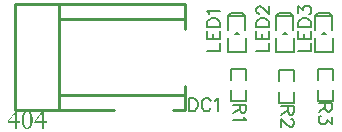
<source format=gto>
G04 Layer: TopSilkscreenLayer*
G04 EasyEDA v6.5.44, 2024-07-18 17:56:00*
G04 97cd5decdfd44bc3b4dabd43e649edab,9c1bdb26fcb24e138229f6b6421db46a,10*
G04 Gerber Generator version 0.2*
G04 Scale: 100 percent, Rotated: No, Reflected: No *
G04 Dimensions in millimeters *
G04 leading zeros omitted , absolute positions ,4 integer and 5 decimal *
%FSLAX45Y45*%
%MOMM*%

%ADD10C,0.1524*%
%ADD11C,0.2540*%
%ADD12C,0.1500*%

%LPD*%
G36*
X891540Y3847592D02*
G01*
X887069Y3847337D01*
X882650Y3846576D01*
X878332Y3845306D01*
X874115Y3843528D01*
X870051Y3841140D01*
X866190Y3838143D01*
X862533Y3834587D01*
X859078Y3830370D01*
X855929Y3825494D01*
X853135Y3819956D01*
X850646Y3813708D01*
X848512Y3806748D01*
X846836Y3799078D01*
X845566Y3790645D01*
X844803Y3781399D01*
X844550Y3771392D01*
X864362Y3771392D01*
X864616Y3783939D01*
X865378Y3794912D01*
X866597Y3804412D01*
X868222Y3812540D01*
X870254Y3819398D01*
X872591Y3825036D01*
X875284Y3829608D01*
X878179Y3833114D01*
X881278Y3835704D01*
X884580Y3837432D01*
X888034Y3838397D01*
X891540Y3838701D01*
X894943Y3838397D01*
X898245Y3837432D01*
X901446Y3835704D01*
X904494Y3833114D01*
X907287Y3829608D01*
X909878Y3825036D01*
X912164Y3819398D01*
X914146Y3812540D01*
X915771Y3804412D01*
X916940Y3794912D01*
X917702Y3783939D01*
X917956Y3771392D01*
X917702Y3758387D01*
X916940Y3746957D01*
X915771Y3737101D01*
X914146Y3728618D01*
X912164Y3721455D01*
X909878Y3715562D01*
X907287Y3710838D01*
X904494Y3707180D01*
X901446Y3704437D01*
X898245Y3702659D01*
X894943Y3701592D01*
X891540Y3701287D01*
X888898Y3701440D01*
X886307Y3701999D01*
X883767Y3703015D01*
X881278Y3704437D01*
X878941Y3706368D01*
X876706Y3708806D01*
X874572Y3711854D01*
X872591Y3715461D01*
X870813Y3719779D01*
X869187Y3724757D01*
X867816Y3730498D01*
X866597Y3736949D01*
X865632Y3744264D01*
X864971Y3752392D01*
X864514Y3761435D01*
X864362Y3771392D01*
X844550Y3771392D01*
X844803Y3761028D01*
X845566Y3751478D01*
X846836Y3742740D01*
X848512Y3734815D01*
X850646Y3727653D01*
X853135Y3721201D01*
X855929Y3715512D01*
X859078Y3710533D01*
X862533Y3706215D01*
X866190Y3702558D01*
X870051Y3699510D01*
X874115Y3697071D01*
X878332Y3695192D01*
X882650Y3693922D01*
X887069Y3693160D01*
X891540Y3692906D01*
X895908Y3693160D01*
X900226Y3693922D01*
X904494Y3695192D01*
X908608Y3697071D01*
X912621Y3699510D01*
X916432Y3702558D01*
X920038Y3706215D01*
X923391Y3710533D01*
X926490Y3715512D01*
X929284Y3721201D01*
X931773Y3727653D01*
X933805Y3734815D01*
X935482Y3742740D01*
X936752Y3751478D01*
X937514Y3761028D01*
X937768Y3771392D01*
X937514Y3781399D01*
X936752Y3790645D01*
X935482Y3799078D01*
X933805Y3806748D01*
X931773Y3813708D01*
X929284Y3819956D01*
X926490Y3825494D01*
X923391Y3830370D01*
X920038Y3834587D01*
X916432Y3838143D01*
X912621Y3841140D01*
X908608Y3843528D01*
X904494Y3845306D01*
X900226Y3846576D01*
X895908Y3847337D01*
G37*
G36*
X795782Y3846829D02*
G01*
X731596Y3755136D01*
X741172Y3755136D01*
X790448Y3826001D01*
X790448Y3755136D01*
X731596Y3755136D01*
X729996Y3752850D01*
X729996Y3741928D01*
X790448Y3741928D01*
X790448Y3695700D01*
X808228Y3695700D01*
X808228Y3741928D01*
X831850Y3741928D01*
X831850Y3755136D01*
X808228Y3755136D01*
X808228Y3846829D01*
G37*
G36*
X1019048Y3846829D02*
G01*
X954614Y3755136D01*
X964184Y3755136D01*
X1013460Y3826001D01*
X1013460Y3755136D01*
X954614Y3755136D01*
X953008Y3752850D01*
X953008Y3741928D01*
X1013460Y3741928D01*
X1013460Y3695700D01*
X1031240Y3695700D01*
X1031240Y3741928D01*
X1054862Y3741928D01*
X1054862Y3755136D01*
X1031240Y3755136D01*
X1031240Y3846829D01*
G37*
D10*
X2260600Y3950715D02*
G01*
X2260600Y3841750D01*
X2260600Y3950715D02*
G01*
X2296922Y3950715D01*
X2312670Y3945636D01*
X2322829Y3935221D01*
X2328163Y3924807D01*
X2333243Y3909060D01*
X2333243Y3883152D01*
X2328163Y3867657D01*
X2322829Y3857244D01*
X2312670Y3846829D01*
X2296922Y3841750D01*
X2260600Y3841750D01*
X2445511Y3924807D02*
G01*
X2440431Y3935221D01*
X2430018Y3945636D01*
X2419604Y3950715D01*
X2398775Y3950715D01*
X2388361Y3945636D01*
X2377947Y3935221D01*
X2372868Y3924807D01*
X2367534Y3909060D01*
X2367534Y3883152D01*
X2372868Y3867657D01*
X2377947Y3857244D01*
X2388361Y3846829D01*
X2398775Y3841750D01*
X2419604Y3841750D01*
X2430018Y3846829D01*
X2440431Y3857244D01*
X2445511Y3867657D01*
X2479802Y3929887D02*
G01*
X2490215Y3935221D01*
X2505709Y3950715D01*
X2505709Y3841750D01*
X2411984Y4356100D02*
G01*
X2520950Y4356100D01*
X2520950Y4356100D02*
G01*
X2520950Y4418329D01*
X2411984Y4452620D02*
G01*
X2520950Y4452620D01*
X2411984Y4452620D02*
G01*
X2411984Y4520184D01*
X2463800Y4452620D02*
G01*
X2463800Y4494276D01*
X2520950Y4452620D02*
G01*
X2520950Y4520184D01*
X2411984Y4554473D02*
G01*
X2520950Y4554473D01*
X2411984Y4554473D02*
G01*
X2411984Y4591050D01*
X2417063Y4606544D01*
X2427477Y4616957D01*
X2437891Y4622037D01*
X2453640Y4627371D01*
X2479547Y4627371D01*
X2495041Y4622037D01*
X2505456Y4616957D01*
X2515870Y4606544D01*
X2520950Y4591050D01*
X2520950Y4554473D01*
X2432811Y4661662D02*
G01*
X2427477Y4672076D01*
X2411984Y4687570D01*
X2520950Y4687570D01*
X2831084Y4356100D02*
G01*
X2940050Y4356100D01*
X2940050Y4356100D02*
G01*
X2940050Y4418329D01*
X2831084Y4452620D02*
G01*
X2940050Y4452620D01*
X2831084Y4452620D02*
G01*
X2831084Y4520184D01*
X2882900Y4452620D02*
G01*
X2882900Y4494276D01*
X2940050Y4452620D02*
G01*
X2940050Y4520184D01*
X2831084Y4554473D02*
G01*
X2940050Y4554473D01*
X2831084Y4554473D02*
G01*
X2831084Y4591050D01*
X2836163Y4606544D01*
X2846577Y4616957D01*
X2856991Y4622037D01*
X2872740Y4627371D01*
X2898647Y4627371D01*
X2914141Y4622037D01*
X2924556Y4616957D01*
X2934970Y4606544D01*
X2940050Y4591050D01*
X2940050Y4554473D01*
X2856991Y4666742D02*
G01*
X2851911Y4666742D01*
X2841497Y4672076D01*
X2836163Y4677155D01*
X2831084Y4687570D01*
X2831084Y4708397D01*
X2836163Y4718812D01*
X2841497Y4723892D01*
X2851911Y4729226D01*
X2862325Y4729226D01*
X2872740Y4723892D01*
X2888234Y4713478D01*
X2940050Y4661662D01*
X2940050Y4734305D01*
X3186684Y4356100D02*
G01*
X3295650Y4356100D01*
X3295650Y4356100D02*
G01*
X3295650Y4418329D01*
X3186684Y4452620D02*
G01*
X3295650Y4452620D01*
X3186684Y4452620D02*
G01*
X3186684Y4520184D01*
X3238500Y4452620D02*
G01*
X3238500Y4494276D01*
X3295650Y4452620D02*
G01*
X3295650Y4520184D01*
X3186684Y4554473D02*
G01*
X3295650Y4554473D01*
X3186684Y4554473D02*
G01*
X3186684Y4591050D01*
X3191763Y4606544D01*
X3202177Y4616957D01*
X3212591Y4622037D01*
X3228340Y4627371D01*
X3254247Y4627371D01*
X3269741Y4622037D01*
X3280156Y4616957D01*
X3290570Y4606544D01*
X3295650Y4591050D01*
X3295650Y4554473D01*
X3186684Y4672076D02*
G01*
X3186684Y4729226D01*
X3228340Y4697984D01*
X3228340Y4713478D01*
X3233420Y4723892D01*
X3238500Y4729226D01*
X3254247Y4734305D01*
X3264661Y4734305D01*
X3280156Y4729226D01*
X3290570Y4718812D01*
X3295650Y4703063D01*
X3295650Y4687570D01*
X3290570Y4672076D01*
X3285490Y4666742D01*
X3275075Y4661662D01*
X2744215Y3898900D02*
G01*
X2635250Y3898900D01*
X2744215Y3898900D02*
G01*
X2744215Y3852163D01*
X2739136Y3836670D01*
X2733802Y3831336D01*
X2723388Y3826255D01*
X2712974Y3826255D01*
X2702559Y3831336D01*
X2697479Y3836670D01*
X2692400Y3852163D01*
X2692400Y3898900D01*
X2692400Y3862578D02*
G01*
X2635250Y3826255D01*
X2723388Y3791965D02*
G01*
X2728722Y3781552D01*
X2744215Y3765804D01*
X2635250Y3765804D01*
X3150615Y3886200D02*
G01*
X3041650Y3886200D01*
X3150615Y3886200D02*
G01*
X3150615Y3839463D01*
X3145536Y3823970D01*
X3140202Y3818636D01*
X3129788Y3813555D01*
X3119374Y3813555D01*
X3108959Y3818636D01*
X3103879Y3823970D01*
X3098800Y3839463D01*
X3098800Y3886200D01*
X3098800Y3849878D02*
G01*
X3041650Y3813555D01*
X3124708Y3773931D02*
G01*
X3129788Y3773931D01*
X3140202Y3768852D01*
X3145536Y3763518D01*
X3150615Y3753104D01*
X3150615Y3732529D01*
X3145536Y3722115D01*
X3140202Y3716781D01*
X3129788Y3711702D01*
X3119374Y3711702D01*
X3108959Y3716781D01*
X3093465Y3727195D01*
X3041650Y3779265D01*
X3041650Y3706368D01*
X3468115Y3911600D02*
G01*
X3359150Y3911600D01*
X3468115Y3911600D02*
G01*
X3468115Y3864863D01*
X3463036Y3849370D01*
X3457702Y3844036D01*
X3447288Y3838955D01*
X3436874Y3838955D01*
X3426459Y3844036D01*
X3421379Y3849370D01*
X3416300Y3864863D01*
X3416300Y3911600D01*
X3416300Y3875278D02*
G01*
X3359150Y3838955D01*
X3468115Y3794252D02*
G01*
X3468115Y3737102D01*
X3426459Y3768089D01*
X3426459Y3752595D01*
X3421379Y3742181D01*
X3416300Y3737102D01*
X3400552Y3731768D01*
X3390138Y3731768D01*
X3374643Y3737102D01*
X3364229Y3747515D01*
X3359150Y3763010D01*
X3359150Y3778504D01*
X3364229Y3794252D01*
X3369309Y3799331D01*
X3379724Y3804665D01*
G36*
X2667000Y4509770D02*
G01*
X2630982Y4484776D01*
X2703017Y4483811D01*
G37*
G36*
X3073400Y4509770D02*
G01*
X3037382Y4484776D01*
X3109417Y4483811D01*
G37*
G36*
X3403600Y4509770D02*
G01*
X3367582Y4484776D01*
X3439617Y4483811D01*
G37*
D11*
X786909Y3849024D02*
G01*
X786907Y4749025D01*
X786907Y4749025D02*
G01*
X2226945Y4749025D01*
X1156944Y3849027D02*
G01*
X1156944Y4749025D01*
X1164945Y3979024D02*
G01*
X2226945Y3979024D01*
X1164945Y4619002D02*
G01*
X2226945Y4619002D01*
X2226945Y4749025D02*
G01*
X2226945Y4541464D01*
X2226945Y4056562D02*
G01*
X2226945Y3849024D01*
X786909Y3849024D02*
G01*
X1625439Y3849024D01*
X2128375Y3849024D02*
G01*
X2226945Y3849024D01*
D12*
X2594000Y4532800D02*
G01*
X2594000Y4647798D01*
X2738998Y4647798D01*
X2738998Y4527798D01*
X2739999Y4465800D02*
G01*
X2739999Y4341799D01*
X2595001Y4341799D01*
X2595001Y4465800D01*
X2594000Y4647798D02*
G01*
X2594000Y4650800D01*
X2614000Y4670800D01*
X2715999Y4670800D01*
X2718998Y4667798D01*
X2738998Y4647798D01*
X3000400Y4532800D02*
G01*
X3000400Y4647798D01*
X3145398Y4647798D01*
X3145398Y4527798D01*
X3146399Y4465800D02*
G01*
X3146399Y4341799D01*
X3001401Y4341799D01*
X3001401Y4465800D01*
X3000400Y4647798D02*
G01*
X3000400Y4650800D01*
X3020400Y4670800D01*
X3122399Y4670800D01*
X3125398Y4667798D01*
X3145398Y4647798D01*
X3330600Y4532800D02*
G01*
X3330600Y4647798D01*
X3475598Y4647798D01*
X3475598Y4527798D01*
X3476599Y4465800D02*
G01*
X3476599Y4341799D01*
X3331601Y4341799D01*
X3331601Y4465800D01*
X3330600Y4647798D02*
G01*
X3330600Y4650800D01*
X3350600Y4670800D01*
X3452599Y4670800D01*
X3455598Y4667798D01*
X3475598Y4647798D01*
D10*
X2613639Y4021378D02*
G01*
X2613639Y3925491D01*
X2745760Y3925491D01*
X2745760Y4021378D01*
X2613639Y4106621D02*
G01*
X2613639Y4202508D01*
X2745760Y4202508D01*
X2745760Y4106621D01*
X3020039Y4008678D02*
G01*
X3020039Y3912791D01*
X3152160Y3912791D01*
X3152160Y4008678D01*
X3020039Y4093921D02*
G01*
X3020039Y4189808D01*
X3152160Y4189808D01*
X3152160Y4093921D01*
X3350239Y4021378D02*
G01*
X3350239Y3925491D01*
X3482360Y3925491D01*
X3482360Y4021378D01*
X3350239Y4106621D02*
G01*
X3350239Y4202508D01*
X3482360Y4202508D01*
X3482360Y4106621D01*
M02*

</source>
